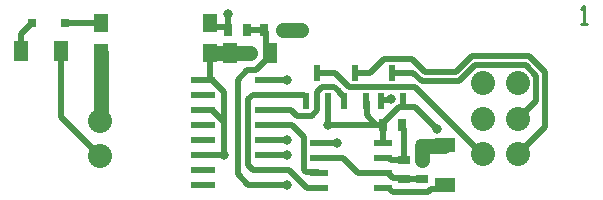
<source format=gtl>
G04*
G04 #@! TF.GenerationSoftware,Altium Limited,Altium Designer,20.1.14 (287)*
G04*
G04 Layer_Physical_Order=1*
G04 Layer_Color=255*
%FSLAX25Y25*%
%MOIN*%
G70*
G04*
G04 #@! TF.SameCoordinates,2FE93C5B-B66B-451B-A581-654374074FDE*
G04*
G04*
G04 #@! TF.FilePolarity,Positive*
G04*
G01*
G75*
%ADD11C,0.01000*%
%ADD26R,0.02362X0.05512*%
%ADD27R,0.05118X0.05906*%
%ADD28R,0.04700X0.07100*%
%ADD29R,0.04000X0.03000*%
%ADD30R,0.06102X0.02362*%
%ADD31R,0.03000X0.04000*%
%ADD32R,0.07874X0.02362*%
%ADD33R,0.07100X0.04700*%
%ADD34R,0.03000X0.03000*%
%ADD35C,0.02000*%
%ADD36C,0.05000*%
%ADD37C,0.08000*%
%ADD38C,0.03150*%
%ADD39C,0.05000*%
D11*
X267000Y416500D02*
X268999D01*
X268000D01*
Y422498D01*
X267000Y421498D01*
D26*
X204000Y400224D02*
D03*
X207740Y390776D02*
D03*
X200260D02*
D03*
X187760D02*
D03*
X195240D02*
D03*
X191500Y400224D02*
D03*
X179000D02*
D03*
X182740Y390776D02*
D03*
X175260D02*
D03*
D27*
X143110Y407000D02*
D03*
Y417000D02*
D03*
X106890Y407000D02*
D03*
Y417000D02*
D03*
D28*
X80392Y407500D02*
D03*
X93608D02*
D03*
X163108Y407000D02*
D03*
X149892D02*
D03*
D29*
X214000Y364876D02*
D03*
Y371124D02*
D03*
X208000D02*
D03*
Y364876D02*
D03*
D30*
X179500Y377000D02*
D03*
Y372000D02*
D03*
Y367000D02*
D03*
Y362000D02*
D03*
X200760Y377000D02*
D03*
Y372000D02*
D03*
Y367000D02*
D03*
Y362000D02*
D03*
D31*
X200876Y383000D02*
D03*
X207124D02*
D03*
X161376Y414500D02*
D03*
X167624D02*
D03*
X155624D02*
D03*
X149376D02*
D03*
D32*
X141000Y363000D02*
D03*
Y368000D02*
D03*
Y373000D02*
D03*
Y378000D02*
D03*
Y383000D02*
D03*
Y388000D02*
D03*
Y393000D02*
D03*
Y398000D02*
D03*
X162260Y363000D02*
D03*
Y368000D02*
D03*
Y373000D02*
D03*
Y378000D02*
D03*
Y383000D02*
D03*
Y388000D02*
D03*
Y393000D02*
D03*
Y398000D02*
D03*
D33*
X221500Y376108D02*
D03*
Y362892D02*
D03*
D34*
X84000Y417000D02*
D03*
X95000D02*
D03*
D35*
X207740Y389201D02*
X207921Y389020D01*
X211480D01*
X219000Y381500D01*
X207740Y389201D02*
Y390776D01*
X211515Y395500D02*
X233826Y373189D01*
X200876Y383000D02*
Y383500D01*
X206396Y389020D01*
X207559D01*
X207740Y389201D01*
X142929Y398000D02*
X143756D01*
X143110Y398181D02*
Y407000D01*
X142929Y398000D02*
X143110Y398181D01*
X141000Y398000D02*
X142929D01*
X143756D02*
X148000Y393756D01*
Y383756D02*
Y393756D01*
X141000Y388000D02*
X143756D01*
X148000Y383756D01*
Y373000D02*
Y383756D01*
X141000Y373000D02*
X148000D01*
X200260Y390776D02*
Y391099D01*
X200441Y391280D01*
X203280D01*
X203500Y391500D01*
X195421Y386079D02*
X198500Y383000D01*
X200876Y377116D02*
Y383000D01*
X200760Y377000D02*
X200876Y377116D01*
X198500Y383000D02*
X200876D01*
X182740D02*
X198500D01*
X162260Y373000D02*
X169028D01*
X179500Y377000D02*
X185500D01*
X169021Y378021D02*
X169042Y378042D01*
X162281Y378021D02*
X169021D01*
X162260Y378000D02*
X162281Y378021D01*
X174649Y367757D02*
Y378851D01*
Y367757D02*
X175225Y367181D01*
X170500Y383000D02*
X174649Y378851D01*
X175225Y367181D02*
X179319D01*
X162335Y367925D02*
X169575D01*
X162260Y368000D02*
X162335Y367925D01*
X169575D02*
X175500Y362000D01*
X162260Y383000D02*
X170500D01*
X233826Y373189D02*
X234181D01*
X213757Y397500D02*
X226385D01*
X210520Y404980D02*
X215000Y400500D01*
X204000Y400224D02*
X211033D01*
X215000Y400500D02*
X225142D01*
X201223Y404980D02*
X210520D01*
X189742Y395500D02*
X211515D01*
X211033Y400224D02*
X213757Y397500D01*
X230453Y405811D02*
X249728D01*
X225142Y400500D02*
X230453Y405811D01*
X226385Y397500D02*
X231696Y402811D01*
X248485D01*
X252000Y391000D02*
Y399296D01*
X185017Y400224D02*
X189742Y395500D01*
X179000Y400224D02*
X185017D01*
X191500D02*
X196467D01*
X201223Y404980D01*
X255000Y382189D02*
Y400539D01*
X249728Y405811D02*
X255000Y400539D01*
X248485Y402811D02*
X252000Y399296D01*
X246000Y373189D02*
X255000Y382189D01*
X246000Y385000D02*
X252000Y391000D01*
X161376Y414500D02*
X161876Y414000D01*
Y408232D02*
Y414000D01*
Y408232D02*
X163108Y407000D01*
X155624Y414500D02*
X161376D01*
X162260Y363000D02*
X169000D01*
X149376Y414500D02*
Y415000D01*
X148876Y415500D02*
X149376Y415000D01*
X144610Y415500D02*
X148876D01*
X143110Y417000D02*
X144610Y415500D01*
X149376Y414500D02*
X149376Y414500D01*
Y420000D01*
X149376Y420000D01*
X182740Y383000D02*
X182740Y383000D01*
X182740Y390776D02*
X182740Y390776D01*
Y383000D02*
Y390776D01*
X162260Y398000D02*
X169000D01*
X175500Y362000D02*
X179500D01*
X179319Y367181D02*
X179500Y367000D01*
X93608Y385572D02*
Y407500D01*
Y385572D02*
X106500Y372680D01*
Y372594D02*
Y372680D01*
X95000Y417000D02*
X106890D01*
X187760Y390776D02*
Y392350D01*
X186164Y393946D02*
X187760Y392350D01*
X186164Y393946D02*
Y394117D01*
X184750Y395532D02*
X186164Y394117D01*
X179000Y387750D02*
Y393801D01*
X180731Y395532D02*
X184750D01*
X172223Y386020D02*
X177269D01*
X162260Y388000D02*
X170243D01*
X172223Y386020D01*
X177269D02*
X179000Y387750D01*
Y393801D02*
X180731Y395532D01*
X162260Y393000D02*
X174610D01*
X175260Y392350D01*
Y390776D02*
Y392350D01*
X195240Y390776D02*
X195421Y390595D01*
Y386079D02*
Y390595D01*
X208000Y371124D02*
Y381624D01*
X207124Y382500D02*
X208000Y381624D01*
X207124Y382500D02*
Y383000D01*
X203506Y371124D02*
X208000D01*
X202630Y372000D02*
X203506Y371124D01*
X200760Y372000D02*
X202630D01*
X207500Y365376D02*
X208000Y364876D01*
X204254Y365376D02*
X207500D01*
X202630Y367000D02*
X204254Y365376D01*
X200760Y367000D02*
X202630D01*
X208000Y364876D02*
X214000D01*
X220150Y361542D02*
X221500Y362892D01*
X216994Y361542D02*
X220150D01*
X215952Y360500D02*
X216994Y361542D01*
X204130Y360500D02*
X215952D01*
X200760Y362000D02*
X202630D01*
X204130Y360500D01*
X192720Y367000D02*
X200760D01*
X187721Y372000D02*
X192720Y367000D01*
X179500Y372000D02*
X187721D01*
X163108Y405800D02*
Y407000D01*
X158533Y401225D02*
X163108Y405800D01*
X155725Y401225D02*
X158533D01*
X152500Y398000D02*
X155725Y401225D01*
X152500Y366500D02*
Y398000D01*
Y366500D02*
X156000Y363000D01*
Y369500D02*
Y391500D01*
Y369500D02*
X157500Y368000D01*
X162260D01*
X156000Y363000D02*
X162260D01*
X157500Y393000D02*
X162260D01*
X156000Y391500D02*
X157500Y393000D01*
X80392Y407500D02*
Y413392D01*
X84000Y417000D01*
D36*
X214000Y376000D02*
X221392D01*
X221500Y376108D01*
X214000Y371124D02*
Y376000D01*
X167624Y414500D02*
X173500D01*
X106500Y384405D02*
X106831Y384736D01*
Y406941D01*
X106890Y407000D01*
X143110D02*
X149892D01*
X156500D01*
D37*
X106500Y372594D02*
D03*
Y384405D02*
D03*
X246000Y396811D02*
D03*
Y385000D02*
D03*
X234181Y396811D02*
D03*
Y385000D02*
D03*
Y373189D02*
D03*
X246000D02*
D03*
D38*
X149376Y420000D02*
D03*
X219000Y381500D02*
D03*
X148000Y373042D02*
D03*
X203500Y391500D02*
D03*
X169028Y373000D02*
D03*
X185500Y377000D02*
D03*
X169042Y378042D02*
D03*
X169000Y363000D02*
D03*
X182740Y383000D02*
D03*
X169000Y398000D02*
D03*
D39*
X214000Y376000D02*
D03*
X173500Y414500D02*
D03*
X156500Y407000D02*
D03*
M02*

</source>
